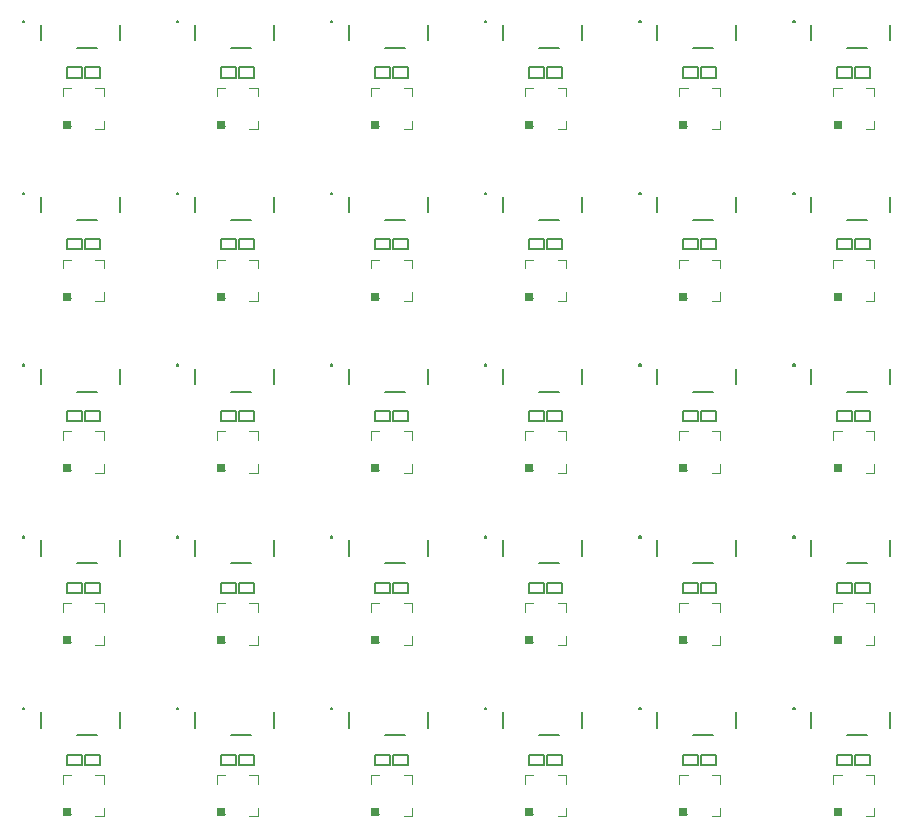
<source format=gto>
G75*
%MOIN*%
%OFA0B0*%
%FSLAX25Y25*%
%IPPOS*%
%LPD*%
%AMOC8*
5,1,8,0,0,1.08239X$1,22.5*
%
%ADD10C,0.00700*%
%ADD11C,0.00800*%
%ADD12C,0.00400*%
%ADD13R,0.02953X0.02953*%
%ADD14C,0.00500*%
D10*
X0044755Y0081763D02*
X0045194Y0081763D01*
X0045194Y0082202D01*
X0044755Y0082202D01*
X0044755Y0081763D01*
X0096126Y0081763D02*
X0096564Y0081763D01*
X0096564Y0082202D01*
X0096126Y0082202D01*
X0096126Y0081763D01*
X0147496Y0081763D02*
X0147935Y0081763D01*
X0147935Y0082202D01*
X0147496Y0082202D01*
X0147496Y0081763D01*
X0198866Y0081763D02*
X0199305Y0081763D01*
X0199305Y0082202D01*
X0198866Y0082202D01*
X0198866Y0081763D01*
X0250236Y0081763D02*
X0250675Y0081763D01*
X0250675Y0082202D01*
X0250236Y0082202D01*
X0250236Y0081763D01*
X0301606Y0081763D02*
X0302045Y0081763D01*
X0302045Y0082202D01*
X0301606Y0082202D01*
X0301606Y0081763D01*
X0301606Y0139039D02*
X0302045Y0139039D01*
X0302045Y0139478D01*
X0301606Y0139478D01*
X0301606Y0139039D01*
X0250675Y0139039D02*
X0250236Y0139039D01*
X0250236Y0139478D01*
X0250675Y0139478D01*
X0250675Y0139039D01*
X0199305Y0139039D02*
X0198866Y0139039D01*
X0198866Y0139478D01*
X0199305Y0139478D01*
X0199305Y0139039D01*
X0147935Y0139039D02*
X0147496Y0139039D01*
X0147496Y0139478D01*
X0147935Y0139478D01*
X0147935Y0139039D01*
X0096564Y0139039D02*
X0096126Y0139039D01*
X0096126Y0139478D01*
X0096564Y0139478D01*
X0096564Y0139039D01*
X0045194Y0139039D02*
X0044755Y0139039D01*
X0044755Y0139478D01*
X0045194Y0139478D01*
X0045194Y0139039D01*
X0045194Y0196315D02*
X0044755Y0196315D01*
X0044755Y0196753D01*
X0045194Y0196753D01*
X0045194Y0196315D01*
X0096126Y0196315D02*
X0096564Y0196315D01*
X0096564Y0196753D01*
X0096126Y0196753D01*
X0096126Y0196315D01*
X0147496Y0196315D02*
X0147935Y0196315D01*
X0147935Y0196753D01*
X0147496Y0196753D01*
X0147496Y0196315D01*
X0198866Y0196315D02*
X0199305Y0196315D01*
X0199305Y0196753D01*
X0198866Y0196753D01*
X0198866Y0196315D01*
X0250236Y0196315D02*
X0250675Y0196315D01*
X0250675Y0196753D01*
X0250236Y0196753D01*
X0250236Y0196315D01*
X0301606Y0196315D02*
X0302045Y0196315D01*
X0302045Y0196753D01*
X0301606Y0196753D01*
X0301606Y0196315D01*
X0301606Y0253590D02*
X0302045Y0253590D01*
X0302045Y0254029D01*
X0301606Y0254029D01*
X0301606Y0253590D01*
X0250675Y0253590D02*
X0250236Y0253590D01*
X0250236Y0254029D01*
X0250675Y0254029D01*
X0250675Y0253590D01*
X0199305Y0253590D02*
X0198866Y0253590D01*
X0198866Y0254029D01*
X0199305Y0254029D01*
X0199305Y0253590D01*
X0147935Y0253590D02*
X0147496Y0253590D01*
X0147496Y0254029D01*
X0147935Y0254029D01*
X0147935Y0253590D01*
X0096564Y0253590D02*
X0096126Y0253590D01*
X0096126Y0254029D01*
X0096564Y0254029D01*
X0096564Y0253590D01*
X0045194Y0253590D02*
X0044755Y0253590D01*
X0044755Y0254029D01*
X0045194Y0254029D01*
X0045194Y0253590D01*
X0045194Y0310866D02*
X0044755Y0310866D01*
X0044755Y0311305D01*
X0045194Y0311305D01*
X0045194Y0310866D01*
X0096126Y0310866D02*
X0096564Y0310866D01*
X0096564Y0311305D01*
X0096126Y0311305D01*
X0096126Y0310866D01*
X0147496Y0310866D02*
X0147935Y0310866D01*
X0147935Y0311305D01*
X0147496Y0311305D01*
X0147496Y0310866D01*
X0198866Y0310866D02*
X0199305Y0310866D01*
X0199305Y0311305D01*
X0198866Y0311305D01*
X0198866Y0310866D01*
X0250236Y0310866D02*
X0250675Y0310866D01*
X0250675Y0311305D01*
X0250236Y0311305D01*
X0250236Y0310866D01*
X0301606Y0310866D02*
X0302045Y0310866D01*
X0302045Y0311305D01*
X0301606Y0311305D01*
X0301606Y0310866D01*
D11*
X0316256Y0295777D02*
X0316256Y0292371D01*
X0321256Y0292371D01*
X0321256Y0295777D01*
X0316256Y0295777D01*
X0322256Y0295771D02*
X0322256Y0292365D01*
X0327256Y0292365D01*
X0327256Y0295771D01*
X0322256Y0295771D01*
X0275886Y0295771D02*
X0275886Y0292365D01*
X0270886Y0292365D01*
X0270886Y0295771D01*
X0275886Y0295771D01*
X0269886Y0295777D02*
X0269886Y0292371D01*
X0264886Y0292371D01*
X0264886Y0295777D01*
X0269886Y0295777D01*
X0224516Y0295771D02*
X0224516Y0292365D01*
X0219516Y0292365D01*
X0219516Y0295771D01*
X0224516Y0295771D01*
X0218516Y0295777D02*
X0218516Y0292371D01*
X0213516Y0292371D01*
X0213516Y0295777D01*
X0218516Y0295777D01*
X0173146Y0295771D02*
X0173146Y0292365D01*
X0168146Y0292365D01*
X0168146Y0295771D01*
X0173146Y0295771D01*
X0167146Y0295777D02*
X0167146Y0292371D01*
X0162146Y0292371D01*
X0162146Y0295777D01*
X0167146Y0295777D01*
X0121776Y0295771D02*
X0121776Y0292365D01*
X0116776Y0292365D01*
X0116776Y0295771D01*
X0121776Y0295771D01*
X0115776Y0295777D02*
X0115776Y0292371D01*
X0110776Y0292371D01*
X0110776Y0295777D01*
X0115776Y0295777D01*
X0070405Y0295771D02*
X0070405Y0292365D01*
X0065405Y0292365D01*
X0065405Y0295771D01*
X0070405Y0295771D01*
X0064405Y0295777D02*
X0064405Y0292371D01*
X0059405Y0292371D01*
X0059405Y0295777D01*
X0064405Y0295777D01*
X0064405Y0238502D02*
X0059405Y0238502D01*
X0059405Y0235095D01*
X0064405Y0235095D01*
X0064405Y0238502D01*
X0065405Y0238495D02*
X0070405Y0238495D01*
X0070405Y0235089D01*
X0065405Y0235089D01*
X0065405Y0238495D01*
X0110776Y0238502D02*
X0110776Y0235095D01*
X0115776Y0235095D01*
X0115776Y0238502D01*
X0110776Y0238502D01*
X0116776Y0238495D02*
X0116776Y0235089D01*
X0121776Y0235089D01*
X0121776Y0238495D01*
X0116776Y0238495D01*
X0162146Y0238502D02*
X0162146Y0235095D01*
X0167146Y0235095D01*
X0167146Y0238502D01*
X0162146Y0238502D01*
X0168146Y0238495D02*
X0168146Y0235089D01*
X0173146Y0235089D01*
X0173146Y0238495D01*
X0168146Y0238495D01*
X0213516Y0238502D02*
X0213516Y0235095D01*
X0218516Y0235095D01*
X0218516Y0238502D01*
X0213516Y0238502D01*
X0219516Y0238495D02*
X0219516Y0235089D01*
X0224516Y0235089D01*
X0224516Y0238495D01*
X0219516Y0238495D01*
X0264886Y0238502D02*
X0264886Y0235095D01*
X0269886Y0235095D01*
X0269886Y0238502D01*
X0264886Y0238502D01*
X0270886Y0238495D02*
X0270886Y0235089D01*
X0275886Y0235089D01*
X0275886Y0238495D01*
X0270886Y0238495D01*
X0316256Y0238502D02*
X0316256Y0235095D01*
X0321256Y0235095D01*
X0321256Y0238502D01*
X0316256Y0238502D01*
X0322256Y0238495D02*
X0322256Y0235089D01*
X0327256Y0235089D01*
X0327256Y0238495D01*
X0322256Y0238495D01*
X0322256Y0181220D02*
X0327256Y0181220D01*
X0327256Y0177813D01*
X0322256Y0177813D01*
X0322256Y0181220D01*
X0321256Y0181226D02*
X0321256Y0177820D01*
X0316256Y0177820D01*
X0316256Y0181226D01*
X0321256Y0181226D01*
X0275886Y0181220D02*
X0275886Y0177813D01*
X0270886Y0177813D01*
X0270886Y0181220D01*
X0275886Y0181220D01*
X0269886Y0181226D02*
X0269886Y0177820D01*
X0264886Y0177820D01*
X0264886Y0181226D01*
X0269886Y0181226D01*
X0224516Y0181220D02*
X0224516Y0177813D01*
X0219516Y0177813D01*
X0219516Y0181220D01*
X0224516Y0181220D01*
X0218516Y0181226D02*
X0218516Y0177820D01*
X0213516Y0177820D01*
X0213516Y0181226D01*
X0218516Y0181226D01*
X0173146Y0181220D02*
X0173146Y0177813D01*
X0168146Y0177813D01*
X0168146Y0181220D01*
X0173146Y0181220D01*
X0167146Y0181226D02*
X0167146Y0177820D01*
X0162146Y0177820D01*
X0162146Y0181226D01*
X0167146Y0181226D01*
X0121776Y0181220D02*
X0121776Y0177813D01*
X0116776Y0177813D01*
X0116776Y0181220D01*
X0121776Y0181220D01*
X0115776Y0181226D02*
X0115776Y0177820D01*
X0110776Y0177820D01*
X0110776Y0181226D01*
X0115776Y0181226D01*
X0070405Y0181220D02*
X0070405Y0177813D01*
X0065405Y0177813D01*
X0065405Y0181220D01*
X0070405Y0181220D01*
X0064405Y0181226D02*
X0064405Y0177820D01*
X0059405Y0177820D01*
X0059405Y0181226D01*
X0064405Y0181226D01*
X0064405Y0123950D02*
X0059405Y0123950D01*
X0059405Y0120544D01*
X0064405Y0120544D01*
X0064405Y0123950D01*
X0065405Y0123944D02*
X0070405Y0123944D01*
X0070405Y0120538D01*
X0065405Y0120538D01*
X0065405Y0123944D01*
X0110776Y0123950D02*
X0110776Y0120544D01*
X0115776Y0120544D01*
X0115776Y0123950D01*
X0110776Y0123950D01*
X0116776Y0123944D02*
X0116776Y0120538D01*
X0121776Y0120538D01*
X0121776Y0123944D01*
X0116776Y0123944D01*
X0162146Y0123950D02*
X0162146Y0120544D01*
X0167146Y0120544D01*
X0167146Y0123950D01*
X0162146Y0123950D01*
X0168146Y0123944D02*
X0168146Y0120538D01*
X0173146Y0120538D01*
X0173146Y0123944D01*
X0168146Y0123944D01*
X0213516Y0123950D02*
X0213516Y0120544D01*
X0218516Y0120544D01*
X0218516Y0123950D01*
X0213516Y0123950D01*
X0219516Y0123944D02*
X0219516Y0120538D01*
X0224516Y0120538D01*
X0224516Y0123944D01*
X0219516Y0123944D01*
X0264886Y0123950D02*
X0264886Y0120544D01*
X0269886Y0120544D01*
X0269886Y0123950D01*
X0264886Y0123950D01*
X0270886Y0123944D02*
X0270886Y0120538D01*
X0275886Y0120538D01*
X0275886Y0123944D01*
X0270886Y0123944D01*
X0316256Y0123950D02*
X0316256Y0120544D01*
X0321256Y0120544D01*
X0321256Y0123950D01*
X0316256Y0123950D01*
X0322256Y0123944D02*
X0322256Y0120538D01*
X0327256Y0120538D01*
X0327256Y0123944D01*
X0322256Y0123944D01*
X0322256Y0066669D02*
X0327256Y0066669D01*
X0327256Y0063262D01*
X0322256Y0063262D01*
X0322256Y0066669D01*
X0321256Y0066675D02*
X0321256Y0063269D01*
X0316256Y0063269D01*
X0316256Y0066675D01*
X0321256Y0066675D01*
X0275886Y0066669D02*
X0275886Y0063262D01*
X0270886Y0063262D01*
X0270886Y0066669D01*
X0275886Y0066669D01*
X0269886Y0066675D02*
X0269886Y0063269D01*
X0264886Y0063269D01*
X0264886Y0066675D01*
X0269886Y0066675D01*
X0224516Y0066669D02*
X0224516Y0063262D01*
X0219516Y0063262D01*
X0219516Y0066669D01*
X0224516Y0066669D01*
X0218516Y0066675D02*
X0218516Y0063269D01*
X0213516Y0063269D01*
X0213516Y0066675D01*
X0218516Y0066675D01*
X0173146Y0066669D02*
X0173146Y0063262D01*
X0168146Y0063262D01*
X0168146Y0066669D01*
X0173146Y0066669D01*
X0167146Y0066675D02*
X0167146Y0063269D01*
X0162146Y0063269D01*
X0162146Y0066675D01*
X0167146Y0066675D01*
X0121776Y0066669D02*
X0121776Y0063262D01*
X0116776Y0063262D01*
X0116776Y0066669D01*
X0121776Y0066669D01*
X0115776Y0066675D02*
X0115776Y0063269D01*
X0110776Y0063269D01*
X0110776Y0066675D01*
X0115776Y0066675D01*
X0070405Y0066669D02*
X0070405Y0063262D01*
X0065405Y0063262D01*
X0065405Y0066669D01*
X0070405Y0066669D01*
X0064405Y0066675D02*
X0064405Y0063269D01*
X0059405Y0063269D01*
X0059405Y0066675D01*
X0064405Y0066675D01*
D12*
X0060772Y0047063D02*
X0059000Y0047063D01*
X0059000Y0048835D01*
X0058016Y0057004D02*
X0058016Y0059858D01*
X0060870Y0059858D01*
X0068941Y0059858D02*
X0071795Y0059858D01*
X0071795Y0057004D01*
X0071795Y0048933D02*
X0071795Y0046079D01*
X0068941Y0046079D01*
X0110370Y0047063D02*
X0112142Y0047063D01*
X0110370Y0047063D02*
X0110370Y0048835D01*
X0109386Y0057004D02*
X0109386Y0059858D01*
X0112240Y0059858D01*
X0120311Y0059858D02*
X0123165Y0059858D01*
X0123165Y0057004D01*
X0123165Y0048933D02*
X0123165Y0046079D01*
X0120311Y0046079D01*
X0161740Y0047063D02*
X0163512Y0047063D01*
X0161740Y0047063D02*
X0161740Y0048835D01*
X0160756Y0057004D02*
X0160756Y0059858D01*
X0163610Y0059858D01*
X0171681Y0059858D02*
X0174535Y0059858D01*
X0174535Y0057004D01*
X0174535Y0048933D02*
X0174535Y0046079D01*
X0171681Y0046079D01*
X0212126Y0057004D02*
X0212126Y0059858D01*
X0214980Y0059858D01*
X0223051Y0059858D02*
X0225905Y0059858D01*
X0225905Y0057004D01*
X0225905Y0048933D02*
X0225905Y0046079D01*
X0223051Y0046079D01*
X0214882Y0047063D02*
X0213110Y0047063D01*
X0213110Y0048835D01*
X0263496Y0057004D02*
X0263496Y0059858D01*
X0266350Y0059858D01*
X0274421Y0059858D02*
X0277276Y0059858D01*
X0277276Y0057004D01*
X0277276Y0048933D02*
X0277276Y0046079D01*
X0274421Y0046079D01*
X0266252Y0047063D02*
X0264480Y0047063D01*
X0264480Y0048835D01*
X0314866Y0057004D02*
X0314866Y0059858D01*
X0317720Y0059858D01*
X0325791Y0059858D02*
X0328646Y0059858D01*
X0328646Y0057004D01*
X0328646Y0048933D02*
X0328646Y0046079D01*
X0325791Y0046079D01*
X0317622Y0047063D02*
X0315850Y0047063D01*
X0315850Y0048835D01*
X0325791Y0103354D02*
X0328646Y0103354D01*
X0328646Y0106209D01*
X0328646Y0114280D02*
X0328646Y0117134D01*
X0325791Y0117134D01*
X0317720Y0117134D02*
X0314866Y0117134D01*
X0314866Y0114280D01*
X0315850Y0106110D02*
X0315850Y0104339D01*
X0317622Y0104339D01*
X0277276Y0103354D02*
X0277276Y0106209D01*
X0277276Y0103354D02*
X0274421Y0103354D01*
X0266252Y0104339D02*
X0264480Y0104339D01*
X0264480Y0106110D01*
X0263496Y0114280D02*
X0263496Y0117134D01*
X0266350Y0117134D01*
X0274421Y0117134D02*
X0277276Y0117134D01*
X0277276Y0114280D01*
X0277276Y0160630D02*
X0274421Y0160630D01*
X0277276Y0160630D02*
X0277276Y0163484D01*
X0277276Y0171555D02*
X0277276Y0174409D01*
X0274421Y0174409D01*
X0266350Y0174409D02*
X0263496Y0174409D01*
X0263496Y0171555D01*
X0264480Y0163386D02*
X0264480Y0161614D01*
X0266252Y0161614D01*
X0225905Y0160630D02*
X0225905Y0163484D01*
X0225905Y0160630D02*
X0223051Y0160630D01*
X0214882Y0161614D02*
X0213110Y0161614D01*
X0213110Y0163386D01*
X0212126Y0171555D02*
X0212126Y0174409D01*
X0214980Y0174409D01*
X0223051Y0174409D02*
X0225905Y0174409D01*
X0225905Y0171555D01*
X0225905Y0217906D02*
X0223051Y0217906D01*
X0225905Y0217906D02*
X0225905Y0220760D01*
X0225905Y0228831D02*
X0225905Y0231685D01*
X0223051Y0231685D01*
X0214980Y0231685D02*
X0212126Y0231685D01*
X0212126Y0228831D01*
X0213110Y0220661D02*
X0213110Y0218890D01*
X0214882Y0218890D01*
X0174535Y0217906D02*
X0174535Y0220760D01*
X0174535Y0217906D02*
X0171681Y0217906D01*
X0163512Y0218890D02*
X0161740Y0218890D01*
X0161740Y0220661D01*
X0160756Y0228831D02*
X0160756Y0231685D01*
X0163610Y0231685D01*
X0171681Y0231685D02*
X0174535Y0231685D01*
X0174535Y0228831D01*
X0174535Y0275181D02*
X0174535Y0278035D01*
X0174535Y0275181D02*
X0171681Y0275181D01*
X0163512Y0276165D02*
X0161740Y0276165D01*
X0161740Y0277937D01*
X0160756Y0286106D02*
X0160756Y0288961D01*
X0163610Y0288961D01*
X0171681Y0288961D02*
X0174535Y0288961D01*
X0174535Y0286106D01*
X0212126Y0286106D02*
X0212126Y0288961D01*
X0214980Y0288961D01*
X0223051Y0288961D02*
X0225905Y0288961D01*
X0225905Y0286106D01*
X0225905Y0278035D02*
X0225905Y0275181D01*
X0223051Y0275181D01*
X0214882Y0276165D02*
X0213110Y0276165D01*
X0213110Y0277937D01*
X0263496Y0286106D02*
X0263496Y0288961D01*
X0266350Y0288961D01*
X0274421Y0288961D02*
X0277276Y0288961D01*
X0277276Y0286106D01*
X0277276Y0278035D02*
X0277276Y0275181D01*
X0274421Y0275181D01*
X0266252Y0276165D02*
X0264480Y0276165D01*
X0264480Y0277937D01*
X0263496Y0231685D02*
X0263496Y0228831D01*
X0263496Y0231685D02*
X0266350Y0231685D01*
X0274421Y0231685D02*
X0277276Y0231685D01*
X0277276Y0228831D01*
X0277276Y0220760D02*
X0277276Y0217906D01*
X0274421Y0217906D01*
X0266252Y0218890D02*
X0264480Y0218890D01*
X0264480Y0220661D01*
X0314866Y0228831D02*
X0314866Y0231685D01*
X0317720Y0231685D01*
X0325791Y0231685D02*
X0328646Y0231685D01*
X0328646Y0228831D01*
X0328646Y0220760D02*
X0328646Y0217906D01*
X0325791Y0217906D01*
X0317622Y0218890D02*
X0315850Y0218890D01*
X0315850Y0220661D01*
X0314866Y0174409D02*
X0314866Y0171555D01*
X0314866Y0174409D02*
X0317720Y0174409D01*
X0325791Y0174409D02*
X0328646Y0174409D01*
X0328646Y0171555D01*
X0328646Y0163484D02*
X0328646Y0160630D01*
X0325791Y0160630D01*
X0317622Y0161614D02*
X0315850Y0161614D01*
X0315850Y0163386D01*
X0225905Y0117134D02*
X0225905Y0114280D01*
X0225905Y0117134D02*
X0223051Y0117134D01*
X0214980Y0117134D02*
X0212126Y0117134D01*
X0212126Y0114280D01*
X0213110Y0106110D02*
X0213110Y0104339D01*
X0214882Y0104339D01*
X0223051Y0103354D02*
X0225905Y0103354D01*
X0225905Y0106209D01*
X0174535Y0106209D02*
X0174535Y0103354D01*
X0171681Y0103354D01*
X0163512Y0104339D02*
X0161740Y0104339D01*
X0161740Y0106110D01*
X0160756Y0114280D02*
X0160756Y0117134D01*
X0163610Y0117134D01*
X0171681Y0117134D02*
X0174535Y0117134D01*
X0174535Y0114280D01*
X0174535Y0160630D02*
X0174535Y0163484D01*
X0174535Y0160630D02*
X0171681Y0160630D01*
X0163512Y0161614D02*
X0161740Y0161614D01*
X0161740Y0163386D01*
X0160756Y0171555D02*
X0160756Y0174409D01*
X0163610Y0174409D01*
X0171681Y0174409D02*
X0174535Y0174409D01*
X0174535Y0171555D01*
X0123165Y0171555D02*
X0123165Y0174409D01*
X0120311Y0174409D01*
X0112240Y0174409D02*
X0109386Y0174409D01*
X0109386Y0171555D01*
X0110370Y0163386D02*
X0110370Y0161614D01*
X0112142Y0161614D01*
X0120311Y0160630D02*
X0123165Y0160630D01*
X0123165Y0163484D01*
X0123165Y0117134D02*
X0120311Y0117134D01*
X0123165Y0117134D02*
X0123165Y0114280D01*
X0123165Y0106209D02*
X0123165Y0103354D01*
X0120311Y0103354D01*
X0112142Y0104339D02*
X0110370Y0104339D01*
X0110370Y0106110D01*
X0109386Y0114280D02*
X0109386Y0117134D01*
X0112240Y0117134D01*
X0071795Y0117134D02*
X0071795Y0114280D01*
X0071795Y0117134D02*
X0068941Y0117134D01*
X0060870Y0117134D02*
X0058016Y0117134D01*
X0058016Y0114280D01*
X0059000Y0106110D02*
X0059000Y0104339D01*
X0060772Y0104339D01*
X0068941Y0103354D02*
X0071795Y0103354D01*
X0071795Y0106209D01*
X0071795Y0160630D02*
X0068941Y0160630D01*
X0071795Y0160630D02*
X0071795Y0163484D01*
X0071795Y0171555D02*
X0071795Y0174409D01*
X0068941Y0174409D01*
X0060870Y0174409D02*
X0058016Y0174409D01*
X0058016Y0171555D01*
X0059000Y0163386D02*
X0059000Y0161614D01*
X0060772Y0161614D01*
X0068941Y0217906D02*
X0071795Y0217906D01*
X0071795Y0220760D01*
X0071795Y0228831D02*
X0071795Y0231685D01*
X0068941Y0231685D01*
X0060870Y0231685D02*
X0058016Y0231685D01*
X0058016Y0228831D01*
X0059000Y0220661D02*
X0059000Y0218890D01*
X0060772Y0218890D01*
X0110370Y0218890D02*
X0112142Y0218890D01*
X0110370Y0218890D02*
X0110370Y0220661D01*
X0109386Y0228831D02*
X0109386Y0231685D01*
X0112240Y0231685D01*
X0120311Y0231685D02*
X0123165Y0231685D01*
X0123165Y0228831D01*
X0123165Y0220760D02*
X0123165Y0217906D01*
X0120311Y0217906D01*
X0120311Y0275181D02*
X0123165Y0275181D01*
X0123165Y0278035D01*
X0123165Y0286106D02*
X0123165Y0288961D01*
X0120311Y0288961D01*
X0112240Y0288961D02*
X0109386Y0288961D01*
X0109386Y0286106D01*
X0110370Y0277937D02*
X0110370Y0276165D01*
X0112142Y0276165D01*
X0071795Y0275181D02*
X0071795Y0278035D01*
X0071795Y0275181D02*
X0068941Y0275181D01*
X0060772Y0276165D02*
X0059000Y0276165D01*
X0059000Y0277937D01*
X0058016Y0286106D02*
X0058016Y0288961D01*
X0060870Y0288961D01*
X0068941Y0288961D02*
X0071795Y0288961D01*
X0071795Y0286106D01*
X0314866Y0286106D02*
X0314866Y0288961D01*
X0317720Y0288961D01*
X0325791Y0288961D02*
X0328646Y0288961D01*
X0328646Y0286106D01*
X0328646Y0278035D02*
X0328646Y0275181D01*
X0325791Y0275181D01*
X0317622Y0276165D02*
X0315850Y0276165D01*
X0315850Y0277937D01*
D13*
X0316343Y0276658D03*
X0264972Y0276658D03*
X0213602Y0276658D03*
X0162232Y0276658D03*
X0110862Y0276658D03*
X0059492Y0276658D03*
X0059492Y0219382D03*
X0110862Y0219382D03*
X0162232Y0219382D03*
X0213602Y0219382D03*
X0264972Y0219382D03*
X0316343Y0219382D03*
X0316343Y0162106D03*
X0264972Y0162106D03*
X0213602Y0162106D03*
X0162232Y0162106D03*
X0110862Y0162106D03*
X0059492Y0162106D03*
X0059492Y0104831D03*
X0110862Y0104831D03*
X0162232Y0104831D03*
X0213602Y0104831D03*
X0264972Y0104831D03*
X0316343Y0104831D03*
X0316343Y0047555D03*
X0264972Y0047555D03*
X0213602Y0047555D03*
X0162232Y0047555D03*
X0110862Y0047555D03*
X0059492Y0047555D03*
D14*
X0062724Y0073154D02*
X0069417Y0073154D01*
X0077094Y0075713D02*
X0077094Y0080831D01*
X0102087Y0080831D02*
X0102087Y0075713D01*
X0114095Y0073154D02*
X0120787Y0073154D01*
X0128465Y0075713D02*
X0128465Y0080831D01*
X0153457Y0080831D02*
X0153457Y0075713D01*
X0165465Y0073154D02*
X0172158Y0073154D01*
X0179835Y0075713D02*
X0179835Y0080831D01*
X0204827Y0080831D02*
X0204827Y0075713D01*
X0216835Y0073154D02*
X0223528Y0073154D01*
X0231205Y0075713D02*
X0231205Y0080831D01*
X0256197Y0080831D02*
X0256197Y0075713D01*
X0268205Y0073154D02*
X0274898Y0073154D01*
X0282575Y0075713D02*
X0282575Y0080831D01*
X0307567Y0080831D02*
X0307567Y0075713D01*
X0319575Y0073154D02*
X0326268Y0073154D01*
X0333945Y0075713D02*
X0333945Y0080831D01*
X0326268Y0130429D02*
X0319575Y0130429D01*
X0307567Y0132988D02*
X0307567Y0138106D01*
X0282575Y0138106D02*
X0282575Y0132988D01*
X0274898Y0130429D02*
X0268205Y0130429D01*
X0256197Y0132988D02*
X0256197Y0138106D01*
X0231205Y0138106D02*
X0231205Y0132988D01*
X0223528Y0130429D02*
X0216835Y0130429D01*
X0204827Y0132988D02*
X0204827Y0138106D01*
X0179835Y0138106D02*
X0179835Y0132988D01*
X0172158Y0130429D02*
X0165465Y0130429D01*
X0153457Y0132988D02*
X0153457Y0138106D01*
X0128465Y0138106D02*
X0128465Y0132988D01*
X0120787Y0130429D02*
X0114095Y0130429D01*
X0102087Y0132988D02*
X0102087Y0138106D01*
X0077094Y0138106D02*
X0077094Y0132988D01*
X0069417Y0130429D02*
X0062724Y0130429D01*
X0050717Y0132988D02*
X0050717Y0138106D01*
X0062724Y0187705D02*
X0069417Y0187705D01*
X0077094Y0190264D02*
X0077094Y0195382D01*
X0102087Y0195382D02*
X0102087Y0190264D01*
X0114095Y0187705D02*
X0120787Y0187705D01*
X0128465Y0190264D02*
X0128465Y0195382D01*
X0153457Y0195382D02*
X0153457Y0190264D01*
X0165465Y0187705D02*
X0172158Y0187705D01*
X0179835Y0190264D02*
X0179835Y0195382D01*
X0204827Y0195382D02*
X0204827Y0190264D01*
X0216835Y0187705D02*
X0223528Y0187705D01*
X0231205Y0190264D02*
X0231205Y0195382D01*
X0256197Y0195382D02*
X0256197Y0190264D01*
X0268205Y0187705D02*
X0274898Y0187705D01*
X0282575Y0190264D02*
X0282575Y0195382D01*
X0307567Y0195382D02*
X0307567Y0190264D01*
X0319575Y0187705D02*
X0326268Y0187705D01*
X0333945Y0190264D02*
X0333945Y0195382D01*
X0326268Y0244980D02*
X0319575Y0244980D01*
X0307567Y0247539D02*
X0307567Y0252658D01*
X0282575Y0252658D02*
X0282575Y0247539D01*
X0274898Y0244980D02*
X0268205Y0244980D01*
X0256197Y0247539D02*
X0256197Y0252658D01*
X0231205Y0252658D02*
X0231205Y0247539D01*
X0223528Y0244980D02*
X0216835Y0244980D01*
X0204827Y0247539D02*
X0204827Y0252658D01*
X0179835Y0252658D02*
X0179835Y0247539D01*
X0172158Y0244980D02*
X0165465Y0244980D01*
X0153457Y0247539D02*
X0153457Y0252658D01*
X0128465Y0252658D02*
X0128465Y0247539D01*
X0120787Y0244980D02*
X0114095Y0244980D01*
X0102087Y0247539D02*
X0102087Y0252658D01*
X0077094Y0252658D02*
X0077094Y0247539D01*
X0069417Y0244980D02*
X0062724Y0244980D01*
X0050717Y0247539D02*
X0050717Y0252658D01*
X0062724Y0302256D02*
X0069417Y0302256D01*
X0077094Y0304815D02*
X0077094Y0309933D01*
X0102087Y0309933D02*
X0102087Y0304815D01*
X0114095Y0302256D02*
X0120787Y0302256D01*
X0128465Y0304815D02*
X0128465Y0309933D01*
X0153457Y0309933D02*
X0153457Y0304815D01*
X0165465Y0302256D02*
X0172158Y0302256D01*
X0179835Y0304815D02*
X0179835Y0309933D01*
X0204827Y0309933D02*
X0204827Y0304815D01*
X0216835Y0302256D02*
X0223528Y0302256D01*
X0231205Y0304815D02*
X0231205Y0309933D01*
X0256197Y0309933D02*
X0256197Y0304815D01*
X0268205Y0302256D02*
X0274898Y0302256D01*
X0282575Y0304815D02*
X0282575Y0309933D01*
X0307567Y0309933D02*
X0307567Y0304815D01*
X0319575Y0302256D02*
X0326268Y0302256D01*
X0333945Y0304815D02*
X0333945Y0309933D01*
X0333945Y0252658D02*
X0333945Y0247539D01*
X0333945Y0138106D02*
X0333945Y0132988D01*
X0050717Y0080831D02*
X0050717Y0075713D01*
X0050717Y0190264D02*
X0050717Y0195382D01*
X0050717Y0304815D02*
X0050717Y0309933D01*
M02*

</source>
